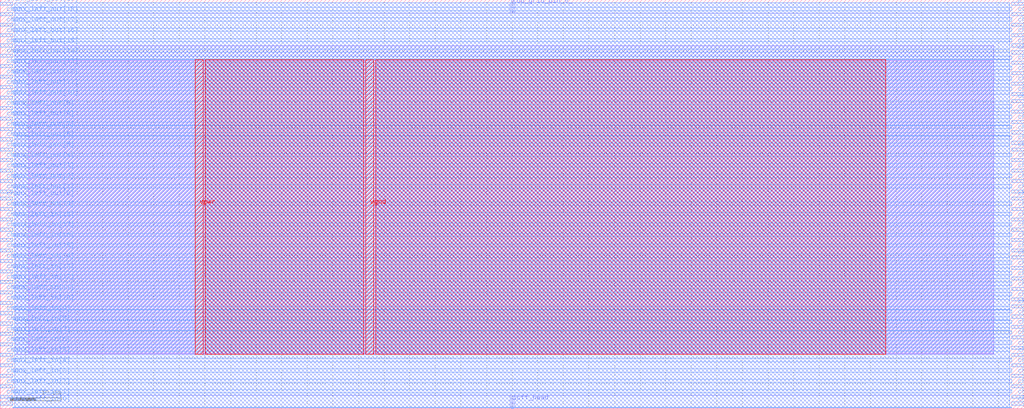
<source format=lef>
VERSION 5.7 ;
  NOWIREEXTENSIONATPIN ON ;
  DIVIDERCHAR "/" ;
  BUSBITCHARS "[]" ;
MACRO cbx_1__2_
  CLASS BLOCK ;
  FOREIGN cbx_1__2_ ;
  ORIGIN 0.000 0.000 ;
  SIZE 200.000 BY 80.000 ;
  PIN ccff_head
    DIRECTION INPUT ;
    PORT
      LAYER met2 ;
        RECT 99.910 0.000 100.190 2.400 ;
    END
  END ccff_head
  PIN ccff_tail
    DIRECTION OUTPUT TRISTATE ;
    PORT
      LAYER met3 ;
        RECT 197.600 76.880 200.000 77.480 ;
    END
  END ccff_tail
  PIN chanx_left_in[0]
    DIRECTION INPUT ;
    PORT
      LAYER met3 ;
        RECT 0.000 0.720 2.400 1.320 ;
    END
  END chanx_left_in[0]
  PIN chanx_left_in[10]
    DIRECTION INPUT ;
    PORT
      LAYER met3 ;
        RECT 0.000 20.440 2.400 21.040 ;
    END
  END chanx_left_in[10]
  PIN chanx_left_in[11]
    DIRECTION INPUT ;
    PORT
      LAYER met3 ;
        RECT 0.000 22.480 2.400 23.080 ;
    END
  END chanx_left_in[11]
  PIN chanx_left_in[12]
    DIRECTION INPUT ;
    PORT
      LAYER met3 ;
        RECT 0.000 24.520 2.400 25.120 ;
    END
  END chanx_left_in[12]
  PIN chanx_left_in[13]
    DIRECTION INPUT ;
    PORT
      LAYER met3 ;
        RECT 0.000 26.560 2.400 27.160 ;
    END
  END chanx_left_in[13]
  PIN chanx_left_in[14]
    DIRECTION INPUT ;
    PORT
      LAYER met3 ;
        RECT 0.000 28.600 2.400 29.200 ;
    END
  END chanx_left_in[14]
  PIN chanx_left_in[15]
    DIRECTION INPUT ;
    PORT
      LAYER met3 ;
        RECT 0.000 30.640 2.400 31.240 ;
    END
  END chanx_left_in[15]
  PIN chanx_left_in[16]
    DIRECTION INPUT ;
    PORT
      LAYER met3 ;
        RECT 0.000 32.680 2.400 33.280 ;
    END
  END chanx_left_in[16]
  PIN chanx_left_in[17]
    DIRECTION INPUT ;
    PORT
      LAYER met3 ;
        RECT 0.000 34.720 2.400 35.320 ;
    END
  END chanx_left_in[17]
  PIN chanx_left_in[18]
    DIRECTION INPUT ;
    PORT
      LAYER met3 ;
        RECT 0.000 36.760 2.400 37.360 ;
    END
  END chanx_left_in[18]
  PIN chanx_left_in[19]
    DIRECTION INPUT ;
    PORT
      LAYER met3 ;
        RECT 0.000 38.800 2.400 39.400 ;
    END
  END chanx_left_in[19]
  PIN chanx_left_in[1]
    DIRECTION INPUT ;
    PORT
      LAYER met3 ;
        RECT 0.000 2.080 2.400 2.680 ;
    END
  END chanx_left_in[1]
  PIN chanx_left_in[2]
    DIRECTION INPUT ;
    PORT
      LAYER met3 ;
        RECT 0.000 4.120 2.400 4.720 ;
    END
  END chanx_left_in[2]
  PIN chanx_left_in[3]
    DIRECTION INPUT ;
    PORT
      LAYER met3 ;
        RECT 0.000 6.160 2.400 6.760 ;
    END
  END chanx_left_in[3]
  PIN chanx_left_in[4]
    DIRECTION INPUT ;
    PORT
      LAYER met3 ;
        RECT 0.000 8.200 2.400 8.800 ;
    END
  END chanx_left_in[4]
  PIN chanx_left_in[5]
    DIRECTION INPUT ;
    PORT
      LAYER met3 ;
        RECT 0.000 10.240 2.400 10.840 ;
    END
  END chanx_left_in[5]
  PIN chanx_left_in[6]
    DIRECTION INPUT ;
    PORT
      LAYER met3 ;
        RECT 0.000 12.280 2.400 12.880 ;
    END
  END chanx_left_in[6]
  PIN chanx_left_in[7]
    DIRECTION INPUT ;
    PORT
      LAYER met3 ;
        RECT 0.000 14.320 2.400 14.920 ;
    END
  END chanx_left_in[7]
  PIN chanx_left_in[8]
    DIRECTION INPUT ;
    PORT
      LAYER met3 ;
        RECT 0.000 16.360 2.400 16.960 ;
    END
  END chanx_left_in[8]
  PIN chanx_left_in[9]
    DIRECTION INPUT ;
    PORT
      LAYER met3 ;
        RECT 0.000 18.400 2.400 19.000 ;
    END
  END chanx_left_in[9]
  PIN chanx_left_out[0]
    DIRECTION OUTPUT TRISTATE ;
    PORT
      LAYER met3 ;
        RECT 0.000 40.840 2.400 41.440 ;
    END
  END chanx_left_out[0]
  PIN chanx_left_out[10]
    DIRECTION OUTPUT TRISTATE ;
    PORT
      LAYER met3 ;
        RECT 0.000 60.560 2.400 61.160 ;
    END
  END chanx_left_out[10]
  PIN chanx_left_out[11]
    DIRECTION OUTPUT TRISTATE ;
    PORT
      LAYER met3 ;
        RECT 0.000 62.600 2.400 63.200 ;
    END
  END chanx_left_out[11]
  PIN chanx_left_out[12]
    DIRECTION OUTPUT TRISTATE ;
    PORT
      LAYER met3 ;
        RECT 0.000 64.640 2.400 65.240 ;
    END
  END chanx_left_out[12]
  PIN chanx_left_out[13]
    DIRECTION OUTPUT TRISTATE ;
    PORT
      LAYER met3 ;
        RECT 0.000 66.680 2.400 67.280 ;
    END
  END chanx_left_out[13]
  PIN chanx_left_out[14]
    DIRECTION OUTPUT TRISTATE ;
    PORT
      LAYER met3 ;
        RECT 0.000 68.720 2.400 69.320 ;
    END
  END chanx_left_out[14]
  PIN chanx_left_out[15]
    DIRECTION OUTPUT TRISTATE ;
    PORT
      LAYER met3 ;
        RECT 0.000 70.760 2.400 71.360 ;
    END
  END chanx_left_out[15]
  PIN chanx_left_out[16]
    DIRECTION OUTPUT TRISTATE ;
    PORT
      LAYER met3 ;
        RECT 0.000 72.800 2.400 73.400 ;
    END
  END chanx_left_out[16]
  PIN chanx_left_out[17]
    DIRECTION OUTPUT TRISTATE ;
    PORT
      LAYER met3 ;
        RECT 0.000 74.840 2.400 75.440 ;
    END
  END chanx_left_out[17]
  PIN chanx_left_out[18]
    DIRECTION OUTPUT TRISTATE ;
    PORT
      LAYER met3 ;
        RECT 0.000 76.880 2.400 77.480 ;
    END
  END chanx_left_out[18]
  PIN chanx_left_out[19]
    DIRECTION OUTPUT TRISTATE ;
    PORT
      LAYER met3 ;
        RECT 0.000 78.920 2.400 79.520 ;
    END
  END chanx_left_out[19]
  PIN chanx_left_out[1]
    DIRECTION OUTPUT TRISTATE ;
    PORT
      LAYER met3 ;
        RECT 0.000 42.200 2.400 42.800 ;
    END
  END chanx_left_out[1]
  PIN chanx_left_out[2]
    DIRECTION OUTPUT TRISTATE ;
    PORT
      LAYER met3 ;
        RECT 0.000 44.240 2.400 44.840 ;
    END
  END chanx_left_out[2]
  PIN chanx_left_out[3]
    DIRECTION OUTPUT TRISTATE ;
    PORT
      LAYER met3 ;
        RECT 0.000 46.280 2.400 46.880 ;
    END
  END chanx_left_out[3]
  PIN chanx_left_out[4]
    DIRECTION OUTPUT TRISTATE ;
    PORT
      LAYER met3 ;
        RECT 0.000 48.320 2.400 48.920 ;
    END
  END chanx_left_out[4]
  PIN chanx_left_out[5]
    DIRECTION OUTPUT TRISTATE ;
    PORT
      LAYER met3 ;
        RECT 0.000 50.360 2.400 50.960 ;
    END
  END chanx_left_out[5]
  PIN chanx_left_out[6]
    DIRECTION OUTPUT TRISTATE ;
    PORT
      LAYER met3 ;
        RECT 0.000 52.400 2.400 53.000 ;
    END
  END chanx_left_out[6]
  PIN chanx_left_out[7]
    DIRECTION OUTPUT TRISTATE ;
    PORT
      LAYER met3 ;
        RECT 0.000 54.440 2.400 55.040 ;
    END
  END chanx_left_out[7]
  PIN chanx_left_out[8]
    DIRECTION OUTPUT TRISTATE ;
    PORT
      LAYER met3 ;
        RECT 0.000 56.480 2.400 57.080 ;
    END
  END chanx_left_out[8]
  PIN chanx_left_out[9]
    DIRECTION OUTPUT TRISTATE ;
    PORT
      LAYER met3 ;
        RECT 0.000 58.520 2.400 59.120 ;
    END
  END chanx_left_out[9]
  PIN chanx_right_in[0]
    DIRECTION INPUT ;
    PORT
      LAYER met3 ;
        RECT 197.600 0.720 200.000 1.320 ;
    END
  END chanx_right_in[0]
  PIN chanx_right_in[10]
    DIRECTION INPUT ;
    PORT
      LAYER met3 ;
        RECT 197.600 19.760 200.000 20.360 ;
    END
  END chanx_right_in[10]
  PIN chanx_right_in[11]
    DIRECTION INPUT ;
    PORT
      LAYER met3 ;
        RECT 197.600 21.120 200.000 21.720 ;
    END
  END chanx_right_in[11]
  PIN chanx_right_in[12]
    DIRECTION INPUT ;
    PORT
      LAYER met3 ;
        RECT 197.600 23.160 200.000 23.760 ;
    END
  END chanx_right_in[12]
  PIN chanx_right_in[13]
    DIRECTION INPUT ;
    PORT
      LAYER met3 ;
        RECT 197.600 25.200 200.000 25.800 ;
    END
  END chanx_right_in[13]
  PIN chanx_right_in[14]
    DIRECTION INPUT ;
    PORT
      LAYER met3 ;
        RECT 197.600 27.240 200.000 27.840 ;
    END
  END chanx_right_in[14]
  PIN chanx_right_in[15]
    DIRECTION INPUT ;
    PORT
      LAYER met3 ;
        RECT 197.600 29.280 200.000 29.880 ;
    END
  END chanx_right_in[15]
  PIN chanx_right_in[16]
    DIRECTION INPUT ;
    PORT
      LAYER met3 ;
        RECT 197.600 30.640 200.000 31.240 ;
    END
  END chanx_right_in[16]
  PIN chanx_right_in[17]
    DIRECTION INPUT ;
    PORT
      LAYER met3 ;
        RECT 197.600 32.680 200.000 33.280 ;
    END
  END chanx_right_in[17]
  PIN chanx_right_in[18]
    DIRECTION INPUT ;
    PORT
      LAYER met3 ;
        RECT 197.600 34.720 200.000 35.320 ;
    END
  END chanx_right_in[18]
  PIN chanx_right_in[19]
    DIRECTION INPUT ;
    PORT
      LAYER met3 ;
        RECT 197.600 36.760 200.000 37.360 ;
    END
  END chanx_right_in[19]
  PIN chanx_right_in[1]
    DIRECTION INPUT ;
    PORT
      LAYER met3 ;
        RECT 197.600 2.080 200.000 2.680 ;
    END
  END chanx_right_in[1]
  PIN chanx_right_in[2]
    DIRECTION INPUT ;
    PORT
      LAYER met3 ;
        RECT 197.600 4.120 200.000 4.720 ;
    END
  END chanx_right_in[2]
  PIN chanx_right_in[3]
    DIRECTION INPUT ;
    PORT
      LAYER met3 ;
        RECT 197.600 6.160 200.000 6.760 ;
    END
  END chanx_right_in[3]
  PIN chanx_right_in[4]
    DIRECTION INPUT ;
    PORT
      LAYER met3 ;
        RECT 197.600 8.200 200.000 8.800 ;
    END
  END chanx_right_in[4]
  PIN chanx_right_in[5]
    DIRECTION INPUT ;
    PORT
      LAYER met3 ;
        RECT 197.600 10.240 200.000 10.840 ;
    END
  END chanx_right_in[5]
  PIN chanx_right_in[6]
    DIRECTION INPUT ;
    PORT
      LAYER met3 ;
        RECT 197.600 11.600 200.000 12.200 ;
    END
  END chanx_right_in[6]
  PIN chanx_right_in[7]
    DIRECTION INPUT ;
    PORT
      LAYER met3 ;
        RECT 197.600 13.640 200.000 14.240 ;
    END
  END chanx_right_in[7]
  PIN chanx_right_in[8]
    DIRECTION INPUT ;
    PORT
      LAYER met3 ;
        RECT 197.600 15.680 200.000 16.280 ;
    END
  END chanx_right_in[8]
  PIN chanx_right_in[9]
    DIRECTION INPUT ;
    PORT
      LAYER met3 ;
        RECT 197.600 17.720 200.000 18.320 ;
    END
  END chanx_right_in[9]
  PIN chanx_right_out[0]
    DIRECTION OUTPUT TRISTATE ;
    PORT
      LAYER met3 ;
        RECT 197.600 38.800 200.000 39.400 ;
    END
  END chanx_right_out[0]
  PIN chanx_right_out[10]
    DIRECTION OUTPUT TRISTATE ;
    PORT
      LAYER met3 ;
        RECT 197.600 57.840 200.000 58.440 ;
    END
  END chanx_right_out[10]
  PIN chanx_right_out[11]
    DIRECTION OUTPUT TRISTATE ;
    PORT
      LAYER met3 ;
        RECT 197.600 59.880 200.000 60.480 ;
    END
  END chanx_right_out[11]
  PIN chanx_right_out[12]
    DIRECTION OUTPUT TRISTATE ;
    PORT
      LAYER met3 ;
        RECT 197.600 61.240 200.000 61.840 ;
    END
  END chanx_right_out[12]
  PIN chanx_right_out[13]
    DIRECTION OUTPUT TRISTATE ;
    PORT
      LAYER met3 ;
        RECT 197.600 63.280 200.000 63.880 ;
    END
  END chanx_right_out[13]
  PIN chanx_right_out[14]
    DIRECTION OUTPUT TRISTATE ;
    PORT
      LAYER met3 ;
        RECT 197.600 65.320 200.000 65.920 ;
    END
  END chanx_right_out[14]
  PIN chanx_right_out[15]
    DIRECTION OUTPUT TRISTATE ;
    PORT
      LAYER met3 ;
        RECT 197.600 67.360 200.000 67.960 ;
    END
  END chanx_right_out[15]
  PIN chanx_right_out[16]
    DIRECTION OUTPUT TRISTATE ;
    PORT
      LAYER met3 ;
        RECT 197.600 69.400 200.000 70.000 ;
    END
  END chanx_right_out[16]
  PIN chanx_right_out[17]
    DIRECTION OUTPUT TRISTATE ;
    PORT
      LAYER met3 ;
        RECT 197.600 70.760 200.000 71.360 ;
    END
  END chanx_right_out[17]
  PIN chanx_right_out[18]
    DIRECTION OUTPUT TRISTATE ;
    PORT
      LAYER met3 ;
        RECT 197.600 72.800 200.000 73.400 ;
    END
  END chanx_right_out[18]
  PIN chanx_right_out[19]
    DIRECTION OUTPUT TRISTATE ;
    PORT
      LAYER met3 ;
        RECT 197.600 74.840 200.000 75.440 ;
    END
  END chanx_right_out[19]
  PIN chanx_right_out[1]
    DIRECTION OUTPUT TRISTATE ;
    PORT
      LAYER met3 ;
        RECT 197.600 40.840 200.000 41.440 ;
    END
  END chanx_right_out[1]
  PIN chanx_right_out[2]
    DIRECTION OUTPUT TRISTATE ;
    PORT
      LAYER met3 ;
        RECT 197.600 42.200 200.000 42.800 ;
    END
  END chanx_right_out[2]
  PIN chanx_right_out[3]
    DIRECTION OUTPUT TRISTATE ;
    PORT
      LAYER met3 ;
        RECT 197.600 44.240 200.000 44.840 ;
    END
  END chanx_right_out[3]
  PIN chanx_right_out[4]
    DIRECTION OUTPUT TRISTATE ;
    PORT
      LAYER met3 ;
        RECT 197.600 46.280 200.000 46.880 ;
    END
  END chanx_right_out[4]
  PIN chanx_right_out[5]
    DIRECTION OUTPUT TRISTATE ;
    PORT
      LAYER met3 ;
        RECT 197.600 48.320 200.000 48.920 ;
    END
  END chanx_right_out[5]
  PIN chanx_right_out[6]
    DIRECTION OUTPUT TRISTATE ;
    PORT
      LAYER met3 ;
        RECT 197.600 50.360 200.000 50.960 ;
    END
  END chanx_right_out[6]
  PIN chanx_right_out[7]
    DIRECTION OUTPUT TRISTATE ;
    PORT
      LAYER met3 ;
        RECT 197.600 51.720 200.000 52.320 ;
    END
  END chanx_right_out[7]
  PIN chanx_right_out[8]
    DIRECTION OUTPUT TRISTATE ;
    PORT
      LAYER met3 ;
        RECT 197.600 53.760 200.000 54.360 ;
    END
  END chanx_right_out[8]
  PIN chanx_right_out[9]
    DIRECTION OUTPUT TRISTATE ;
    PORT
      LAYER met3 ;
        RECT 197.600 55.800 200.000 56.400 ;
    END
  END chanx_right_out[9]
  PIN prog_clk
    DIRECTION INPUT ;
    PORT
      LAYER met3 ;
        RECT 197.600 78.920 200.000 79.520 ;
    END
  END prog_clk
  PIN top_grid_pin_0_
    DIRECTION OUTPUT TRISTATE ;
    PORT
      LAYER met2 ;
        RECT 99.910 77.600 100.190 80.000 ;
    END
  END top_grid_pin_0_
  PIN vpwr
    DIRECTION INPUT ;
    PORT
      LAYER met4 ;
        RECT 38.055 10.640 39.655 68.240 ;
    END
  END vpwr
  PIN vgnd
    DIRECTION INPUT ;
    PORT
      LAYER met4 ;
        RECT 71.385 10.640 72.985 68.240 ;
    END
  END vgnd
  OBS
      LAYER li1 ;
        RECT 5.520 10.795 194.120 68.085 ;
      LAYER met1 ;
        RECT 2.830 10.640 194.120 71.020 ;
      LAYER met2 ;
        RECT 2.850 77.320 99.630 79.405 ;
        RECT 100.470 77.320 197.250 79.405 ;
        RECT 2.850 2.680 197.250 77.320 ;
        RECT 2.850 0.155 99.630 2.680 ;
        RECT 100.470 0.155 197.250 2.680 ;
      LAYER met3 ;
        RECT 2.800 78.520 197.200 79.385 ;
        RECT 2.400 77.880 197.600 78.520 ;
        RECT 2.800 76.480 197.200 77.880 ;
        RECT 2.400 75.840 197.600 76.480 ;
        RECT 2.800 74.440 197.200 75.840 ;
        RECT 2.400 73.800 197.600 74.440 ;
        RECT 2.800 72.400 197.200 73.800 ;
        RECT 2.400 71.760 197.600 72.400 ;
        RECT 2.800 70.360 197.200 71.760 ;
        RECT 2.400 69.720 197.200 70.360 ;
        RECT 2.800 69.000 197.200 69.720 ;
        RECT 2.800 68.360 197.600 69.000 ;
        RECT 2.800 68.320 197.200 68.360 ;
        RECT 2.400 67.680 197.200 68.320 ;
        RECT 2.800 66.960 197.200 67.680 ;
        RECT 2.800 66.320 197.600 66.960 ;
        RECT 2.800 66.280 197.200 66.320 ;
        RECT 2.400 65.640 197.200 66.280 ;
        RECT 2.800 64.920 197.200 65.640 ;
        RECT 2.800 64.280 197.600 64.920 ;
        RECT 2.800 64.240 197.200 64.280 ;
        RECT 2.400 63.600 197.200 64.240 ;
        RECT 2.800 62.880 197.200 63.600 ;
        RECT 2.800 62.240 197.600 62.880 ;
        RECT 2.800 62.200 197.200 62.240 ;
        RECT 2.400 61.560 197.200 62.200 ;
        RECT 2.800 60.160 197.200 61.560 ;
        RECT 2.400 59.520 197.200 60.160 ;
        RECT 2.800 59.480 197.200 59.520 ;
        RECT 2.800 58.840 197.600 59.480 ;
        RECT 2.800 58.120 197.200 58.840 ;
        RECT 2.400 57.480 197.200 58.120 ;
        RECT 2.800 57.440 197.200 57.480 ;
        RECT 2.800 56.800 197.600 57.440 ;
        RECT 2.800 56.080 197.200 56.800 ;
        RECT 2.400 55.440 197.200 56.080 ;
        RECT 2.800 55.400 197.200 55.440 ;
        RECT 2.800 54.760 197.600 55.400 ;
        RECT 2.800 54.040 197.200 54.760 ;
        RECT 2.400 53.400 197.200 54.040 ;
        RECT 2.800 53.360 197.200 53.400 ;
        RECT 2.800 52.720 197.600 53.360 ;
        RECT 2.800 52.000 197.200 52.720 ;
        RECT 2.400 51.360 197.200 52.000 ;
        RECT 2.800 49.960 197.200 51.360 ;
        RECT 2.400 49.320 197.600 49.960 ;
        RECT 2.800 47.920 197.200 49.320 ;
        RECT 2.400 47.280 197.600 47.920 ;
        RECT 2.800 45.880 197.200 47.280 ;
        RECT 2.400 45.240 197.600 45.880 ;
        RECT 2.800 43.840 197.200 45.240 ;
        RECT 2.400 43.200 197.600 43.840 ;
        RECT 2.800 40.440 197.200 43.200 ;
        RECT 2.400 39.800 197.600 40.440 ;
        RECT 2.800 38.400 197.200 39.800 ;
        RECT 2.400 37.760 197.600 38.400 ;
        RECT 2.800 36.360 197.200 37.760 ;
        RECT 2.400 35.720 197.600 36.360 ;
        RECT 2.800 34.320 197.200 35.720 ;
        RECT 2.400 33.680 197.600 34.320 ;
        RECT 2.800 32.280 197.200 33.680 ;
        RECT 2.400 31.640 197.600 32.280 ;
        RECT 2.800 30.240 197.200 31.640 ;
        RECT 2.400 29.600 197.200 30.240 ;
        RECT 2.800 28.880 197.200 29.600 ;
        RECT 2.800 28.240 197.600 28.880 ;
        RECT 2.800 28.200 197.200 28.240 ;
        RECT 2.400 27.560 197.200 28.200 ;
        RECT 2.800 26.840 197.200 27.560 ;
        RECT 2.800 26.200 197.600 26.840 ;
        RECT 2.800 26.160 197.200 26.200 ;
        RECT 2.400 25.520 197.200 26.160 ;
        RECT 2.800 24.800 197.200 25.520 ;
        RECT 2.800 24.160 197.600 24.800 ;
        RECT 2.800 24.120 197.200 24.160 ;
        RECT 2.400 23.480 197.200 24.120 ;
        RECT 2.800 22.760 197.200 23.480 ;
        RECT 2.800 22.120 197.600 22.760 ;
        RECT 2.800 22.080 197.200 22.120 ;
        RECT 2.400 21.440 197.200 22.080 ;
        RECT 2.800 20.040 197.200 21.440 ;
        RECT 2.400 19.400 197.200 20.040 ;
        RECT 2.800 19.360 197.200 19.400 ;
        RECT 2.800 18.720 197.600 19.360 ;
        RECT 2.800 18.000 197.200 18.720 ;
        RECT 2.400 17.360 197.200 18.000 ;
        RECT 2.800 17.320 197.200 17.360 ;
        RECT 2.800 16.680 197.600 17.320 ;
        RECT 2.800 15.960 197.200 16.680 ;
        RECT 2.400 15.320 197.200 15.960 ;
        RECT 2.800 15.280 197.200 15.320 ;
        RECT 2.800 14.640 197.600 15.280 ;
        RECT 2.800 13.920 197.200 14.640 ;
        RECT 2.400 13.280 197.200 13.920 ;
        RECT 2.800 13.240 197.200 13.280 ;
        RECT 2.800 12.600 197.600 13.240 ;
        RECT 2.800 11.880 197.200 12.600 ;
        RECT 2.400 11.240 197.200 11.880 ;
        RECT 2.800 9.840 197.200 11.240 ;
        RECT 2.400 9.200 197.600 9.840 ;
        RECT 2.800 7.800 197.200 9.200 ;
        RECT 2.400 7.160 197.600 7.800 ;
        RECT 2.800 5.760 197.200 7.160 ;
        RECT 2.400 5.120 197.600 5.760 ;
        RECT 2.800 3.720 197.200 5.120 ;
        RECT 2.400 3.080 197.600 3.720 ;
        RECT 2.800 0.320 197.200 3.080 ;
        RECT 2.400 0.175 197.600 0.320 ;
      LAYER met4 ;
        RECT 40.055 10.640 70.985 68.240 ;
        RECT 73.385 10.640 172.985 68.240 ;
  END
END cbx_1__2_
END LIBRARY


</source>
